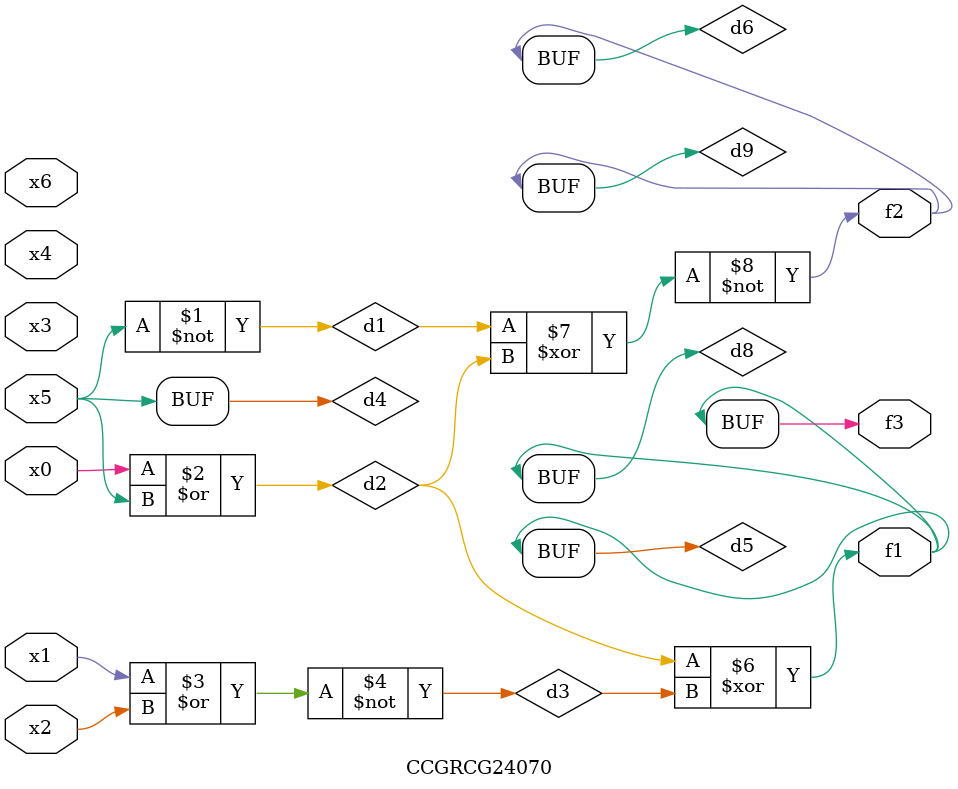
<source format=v>
module CCGRCG24070(
	input x0, x1, x2, x3, x4, x5, x6,
	output f1, f2, f3
);

	wire d1, d2, d3, d4, d5, d6, d7, d8, d9;

	nand (d1, x5);
	or (d2, x0, x5);
	nor (d3, x1, x2);
	xnor (d4, d1);
	xor (d5, d2, d3);
	xnor (d6, d1, d2);
	not (d7, x4);
	buf (d8, d5);
	xor (d9, d6);
	assign f1 = d8;
	assign f2 = d9;
	assign f3 = d8;
endmodule

</source>
